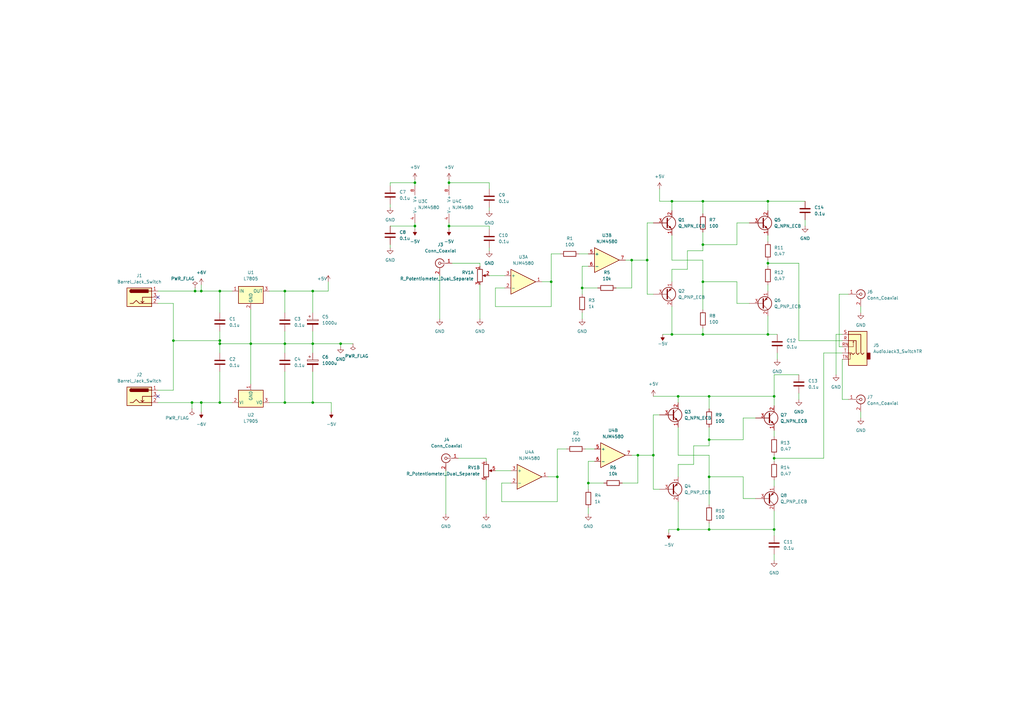
<source format=kicad_sch>
(kicad_sch (version 20211123) (generator eeschema)
  (paper "A3")
  (title_block (title "power_amp") (date "2022-12-04") (company "mitsuru sato"))
  (lib_symbols
    (symbol "Amplifier_Operational:NJM4580" (pin_names (offset 0.127))
      (property "Reference" "U" (at 0 5.08 0))
      (property "Value" "NJM4580" (at 0 -5.08 0))
      (symbol "NJM4580_1_1"
        (polyline (pts (xy -5.08 5.08) (xy 5.08 0) (xy -5.08 -5.08) (xy -5.08 5.08)) (stroke (width 0.254)) (fill (type background)))
        (pin output line (at 7.62 0 180) (length 2.54) (name "~") (number "1"))
        (pin input line (at -7.62 -2.54 0) (length 2.54) (name "-") (number "2"))
        (pin input line (at -7.62 2.54 0) (length 2.54) (name "+") (number "3"))
      )
      (symbol "NJM4580_2_1"
        (polyline (pts (xy -5.08 5.08) (xy 5.08 0) (xy -5.08 -5.08) (xy -5.08 5.08)) (stroke (width 0.254)) (fill (type background)))
        (pin input line (at -7.62 2.54 0) (length 2.54) (name "+") (number "5"))
        (pin input line (at -7.62 -2.54 0) (length 2.54) (name "-") (number "6"))
        (pin output line (at 7.62 0 180) (length 2.54) (name "~") (number "7"))
      )
      (symbol "NJM4580_3_1"
        (pin power_in line (at -2.54 -7.62 90) (length 3.81) (name "V-") (number "4"))
        (pin power_in line (at -2.54 7.62 270) (length 3.81) (name "V+") (number "8"))
      )
    )
    (symbol "Connector:AudioJack3_SwitchTR"
      (property "Reference" "J" (at 0 8.89 0))
      (property "Value" "AudioJack3_SwitchTR" (at 0 6.35 0))
      (symbol "AudioJack3_SwitchTR_0_1"
        (rectangle (start -5.08 -5.08) (end -6.35 -7.62) (stroke (width 0.254)) (fill (type outline)))
        (polyline (pts (xy 0.508 -0.254) (xy 0.762 -0.762)))
        (polyline (pts (xy 1.778 -5.334) (xy 2.032 -5.842)))
        (polyline (pts (xy 0 -5.08) (xy 0.635 -5.715) (xy 1.27 -5.08) (xy 2.54 -5.08)) (stroke (width 0.254)))
        (polyline (pts (xy 2.54 -7.62) (xy 1.778 -7.62) (xy 1.778 -5.334) (xy 1.524 -5.842)))
        (polyline (pts (xy 2.54 -2.54) (xy 0.508 -2.54) (xy 0.508 -0.254) (xy 0.254 -0.762)))
        (polyline (pts (xy -1.905 -5.08) (xy -1.27 -5.715) (xy -0.635 -5.08) (xy -0.635 0) (xy 2.54 0)) (stroke (width 0.254)))
        (polyline (pts (xy 2.54 2.54) (xy -2.54 2.54) (xy -2.54 -5.08) (xy -3.175 -5.715) (xy -3.81 -5.08)) (stroke (width 0.254)))
        (rectangle (start 2.54 3.81) (end -5.08 -10.16) (stroke (width 0.254)) (fill (type background)))
      )
      (symbol "AudioJack3_SwitchTR_1_1"
        (pin passive line (at 5.08 0 180) (length 2.54) (name "~") (number "R"))
        (pin passive line (at 5.08 -2.54 180) (length 2.54) (name "~") (number "RN"))
        (pin passive line (at 5.08 2.54 180) (length 2.54) (name "~") (number "S"))
        (pin passive line (at 5.08 -5.08 180) (length 2.54) (name "~") (number "T"))
        (pin passive line (at 5.08 -7.62 180) (length 2.54) (name "~") (number "TN"))
      )
    )
    (symbol "Connector:Barrel_Jack_Switch" (pin_names hide)
      (property "Reference" "J" (at 0 5.334 0))
      (property "Value" "Barrel_Jack_Switch" (at 0 -5.08 0))
      (symbol "Barrel_Jack_Switch_0_1"
        (rectangle (start -5.08 3.81) (end 5.08 -3.81) (stroke (width 0.254)) (fill (type background)))
        (arc (start -3.302 3.175) (mid -3.937 2.54) (end -3.302 1.905) (stroke (width 0.254)))
        (arc (start -3.302 3.175) (mid -3.937 2.54) (end -3.302 1.905) (stroke (width 0.254)) (fill (type outline)))
        (polyline (pts (xy 1.27 -2.286) (xy 1.905 -1.651)) (stroke (width 0.254)))
        (polyline (pts (xy 5.08 2.54) (xy 3.81 2.54)) (stroke (width 0.254)))
        (polyline (pts (xy 5.08 0) (xy 1.27 0) (xy 1.27 -2.286) (xy 0.635 -1.651)) (stroke (width 0.254)))
        (polyline (pts (xy -3.81 -2.54) (xy -2.54 -2.54) (xy -1.27 -1.27) (xy 0 -2.54) (xy 2.54 -2.54) (xy 5.08 -2.54)) (stroke (width 0.254)))
        (rectangle (start 3.683 3.175) (end -3.302 1.905) (stroke (width 0.254)) (fill (type outline)))
      )
      (symbol "Barrel_Jack_Switch_1_1"
        (pin passive line (at 7.62 2.54 180) (length 2.54) (name "~") (number "1"))
        (pin passive line (at 7.62 -2.54 180) (length 2.54) (name "~") (number "2"))
        (pin passive line (at 7.62 0 180) (length 2.54) (name "~") (number "3"))
      )
    )
    (symbol "Connector:Conn_Coaxial" (pin_names (offset 1.016) hide)
      (property "Reference" "J" (at 0.254 3.048 0))
      (property "Value" "Conn_Coaxial" (at 2.921 0 90))
      (symbol "Conn_Coaxial_0_1"
        (arc (start -1.778 -0.508) (mid 0.2311 -1.8066) (end 1.778 0) (stroke (width 0.254)))
        (polyline (pts (xy -2.54 0) (xy -0.508 0)))
        (polyline (pts (xy 0 -2.54) (xy 0 -1.778)))
        (circle (center 0 0) (radius 0.508) (stroke (width 0.2032)))
        (arc (start 1.778 0) (mid 0.2099 1.8101) (end -1.778 0.508) (stroke (width 0.254)))
      )
      (symbol "Conn_Coaxial_1_1"
        (pin passive line (at -5.08 0 0) (length 2.54) (name "In") (number "1"))
        (pin passive line (at 0 -5.08 90) (length 2.54) (name "Ext") (number "2"))
      )
    )
    (symbol "Device:C" (pin_numbers hide) (pin_names (offset 0.254))
      (property "Reference" "C" (at 0.635 2.54 0))
      (property "Value" "C" (at 0.635 -2.54 0))
      (symbol "C_0_1"
        (polyline (pts (xy -2.032 -0.762) (xy 2.032 -0.762)) (stroke (width 0.508)))
        (polyline (pts (xy -2.032 0.762) (xy 2.032 0.762)) (stroke (width 0.508)))
      )
      (symbol "C_1_1"
        (pin passive line (at 0 3.81 270) (length 2.794) (name "~") (number "1"))
        (pin passive line (at 0 -3.81 90) (length 2.794) (name "~") (number "2"))
      )
    )
    (symbol "Device:C_Polarized" (pin_numbers hide) (pin_names (offset 0.254))
      (property "Reference" "C" (at 0.635 2.54 0))
      (property "Value" "C_Polarized" (at 0.635 -2.54 0))
      (symbol "C_Polarized_0_1"
        (rectangle (start -2.286 0.508) (end 2.286 1.016))
        (polyline (pts (xy -1.778 2.286) (xy -0.762 2.286)))
        (polyline (pts (xy -1.27 2.794) (xy -1.27 1.778)))
        (rectangle (start 2.286 -0.508) (end -2.286 -1.016) (fill (type outline)))
      )
      (symbol "C_Polarized_1_1"
        (pin passive line (at 0 3.81 270) (length 2.794) (name "~") (number "1"))
        (pin passive line (at 0 -3.81 90) (length 2.794) (name "~") (number "2"))
      )
    )
    (symbol "Device:Q_NPN_ECB" (pin_names (offset 0) hide)
      (property "Reference" "Q" (at 5.08 1.27 0))
      (property "Value" "Q_NPN_ECB" (at 5.08 -1.27 0))
      (symbol "Q_NPN_ECB_0_1"
        (polyline (pts (xy 0.635 0.635) (xy 2.54 2.54)))
        (polyline (pts (xy 0.635 -0.635) (xy 2.54 -2.54) (xy 2.54 -2.54)))
        (polyline (pts (xy 0.635 1.905) (xy 0.635 -1.905) (xy 0.635 -1.905)) (stroke (width 0.508)))
        (polyline (pts (xy 1.27 -1.778) (xy 1.778 -1.27) (xy 2.286 -2.286) (xy 1.27 -1.778) (xy 1.27 -1.778)) (fill (type outline)))
        (circle (center 1.27 0) (radius 2.8194) (stroke (width 0.254)))
      )
      (symbol "Q_NPN_ECB_1_1"
        (pin passive line (at 2.54 -5.08 90) (length 2.54) (name "E") (number "1"))
        (pin passive line (at 2.54 5.08 270) (length 2.54) (name "C") (number "2"))
        (pin passive line (at -5.08 0 0) (length 5.715) (name "B") (number "3"))
      )
    )
    (symbol "Device:Q_PNP_ECB" (pin_names (offset 0) hide)
      (property "Reference" "Q" (at 5.08 1.27 0))
      (property "Value" "Q_PNP_ECB" (at 5.08 -1.27 0))
      (symbol "Q_PNP_ECB_0_1"
        (polyline (pts (xy 0.635 0.635) (xy 2.54 2.54)))
        (polyline (pts (xy 0.635 -0.635) (xy 2.54 -2.54) (xy 2.54 -2.54)))
        (polyline (pts (xy 0.635 1.905) (xy 0.635 -1.905) (xy 0.635 -1.905)) (stroke (width 0.508)))
        (polyline (pts (xy 2.286 -1.778) (xy 1.778 -2.286) (xy 1.27 -1.27) (xy 2.286 -1.778) (xy 2.286 -1.778)) (fill (type outline)))
        (circle (center 1.27 0) (radius 2.8194) (stroke (width 0.254)))
      )
      (symbol "Q_PNP_ECB_1_1"
        (pin passive line (at 2.54 -5.08 90) (length 2.54) (name "E") (number "1"))
        (pin passive line (at 2.54 5.08 270) (length 2.54) (name "C") (number "2"))
        (pin input line (at -5.08 0 0) (length 5.715) (name "B") (number "3"))
      )
    )
    (symbol "Device:R" (pin_numbers hide) (pin_names (offset 0))
      (property "Reference" "R" (at 2.032 0 90))
      (property "Value" "R" (at 0 0 90))
      (symbol "R_0_1"
        (rectangle (start -1.016 -2.54) (end 1.016 2.54) (stroke (width 0.254)))
      )
      (symbol "R_1_1"
        (pin passive line (at 0 3.81 270) (length 1.27) (name "~") (number "1"))
        (pin passive line (at 0 -3.81 90) (length 1.27) (name "~") (number "2"))
      )
    )
    (symbol "Device:R_Potentiometer_Dual_Separate" (pin_names (offset 1.016) hide)
      (property "Reference" "RV" (at -4.445 0 90))
      (property "Value" "R_Potentiometer_Dual_Separate" (at -2.54 0 90))
      (symbol "R_Potentiometer_Dual_Separate_0_1"
        (polyline (pts (xy 2.54 0) (xy 1.524 0)))
        (polyline (pts (xy 1.143 0) (xy 2.286 0.508) (xy 2.286 -0.508) (xy 1.143 0)) (fill (type outline)))
        (rectangle (start 1.016 2.54) (end -1.016 -2.54) (stroke (width 0.254)))
      )
      (symbol "R_Potentiometer_Dual_Separate_1_1"
        (pin passive line (at 0 3.81 270) (length 1.27) (name "1") (number "1"))
        (pin passive line (at 3.81 0 180) (length 1.27) (name "2") (number "2"))
        (pin passive line (at 0 -3.81 90) (length 1.27) (name "3") (number "3"))
      )
      (symbol "R_Potentiometer_Dual_Separate_2_1"
        (pin passive line (at 0 3.81 270) (length 1.27) (name "4") (number "4"))
        (pin passive line (at 3.81 0 180) (length 1.27) (name "5") (number "5"))
        (pin passive line (at 0 -3.81 90) (length 1.27) (name "6") (number "6"))
      )
    )
    (symbol "Regulator_Linear:L7805" (pin_names (offset 0.254))
      (property "Reference" "U" (at -3.81 3.175 0))
      (property "Value" "L7805" (at 0 3.175 0))
      (symbol "L7805_0_1"
        (rectangle (start -5.08 1.905) (end 5.08 -5.08) (stroke (width 0.254)) (fill (type background)))
      )
      (symbol "L7805_1_1"
        (pin power_in line (at -7.62 0 0) (length 2.54) (name "IN") (number "1"))
        (pin power_in line (at 0 -7.62 90) (length 2.54) (name "GND") (number "2"))
        (pin power_out line (at 7.62 0 180) (length 2.54) (name "OUT") (number "3"))
      )
    )
    (symbol "Regulator_Linear:L7905" (pin_names (offset 0.254))
      (property "Reference" "U" (at -3.81 -3.175 0))
      (property "Value" "L7905" (at 0 -3.175 0))
      (symbol "L7905_0_1"
        (rectangle (start -5.08 5.08) (end 5.08 -1.905) (stroke (width 0.254)) (fill (type background)))
      )
      (symbol "L7905_1_1"
        (pin power_in line (at 0 7.62 270) (length 2.54) (name "GND") (number "1"))
        (pin power_in line (at -7.62 0 0) (length 2.54) (name "VI") (number "2"))
        (pin power_out line (at 7.62 0 180) (length 2.54) (name "VO") (number "3"))
      )
    )
    (symbol "power:+5V" (power) (pin_names (offset 0))
      (property "Value" "+5V" (at 0 3.556 0))
      (symbol "+5V_0_1"
        (polyline (pts (xy -0.762 1.27) (xy 0 2.54)))
        (polyline (pts (xy 0 0) (xy 0 2.54)))
        (polyline (pts (xy 0 2.54) (xy 0.762 1.27)))
      )
      (symbol "+5V_1_1"
        (pin power_in line (at 0 0 90) (length 0) hide (name "+5V") (number "1"))
      )
    )
    (symbol "power:+6V" (power) (pin_names (offset 0))
      (property "Value" "+6V" (at 0 3.556 0))
      (symbol "+6V_0_1"
        (polyline (pts (xy -0.762 1.27) (xy 0 2.54)))
        (polyline (pts (xy 0 0) (xy 0 2.54)))
        (polyline (pts (xy 0 2.54) (xy 0.762 1.27)))
      )
      (symbol "+6V_1_1"
        (pin power_in line (at 0 0 90) (length 0) hide (name "+6V") (number "1"))
      )
    )
    (symbol "power:-5V" (power) (pin_names (offset 0))
      (property "Value" "-5V" (at 0 3.81 0))
      (symbol "-5V_0_0"
        (pin power_in line (at 0 0 90) (length 0) hide (name "-5V") (number "1"))
      )
      (symbol "-5V_0_1"
        (polyline (pts (xy 0 0) (xy 0 1.27) (xy 0.762 1.27) (xy 0 2.54) (xy -0.762 1.27) (xy 0 1.27)) (fill (type outline)))
      )
    )
    (symbol "power:-6V" (power) (pin_names (offset 0))
      (property "Value" "-6V" (at 0 3.81 0))
      (symbol "-6V_0_0"
        (pin power_in line (at 0 0 90) (length 0) hide (name "-6V") (number "1"))
      )
      (symbol "-6V_0_1"
        (polyline (pts (xy 0 0) (xy 0 1.27) (xy 0.762 1.27) (xy 0 2.54) (xy -0.762 1.27) (xy 0 1.27)) (fill (type outline)))
      )
    )
    (symbol "power:GND" (power) (pin_names (offset 0))
      (property "Value" "GND" (at 0 -3.81 0))
      (symbol "GND_0_1"
        (polyline (pts (xy 0 0) (xy 0 -1.27) (xy 1.27 -1.27) (xy 0 -2.54) (xy -1.27 -1.27) (xy 0 -1.27)))
      )
      (symbol "GND_1_1"
        (pin power_in line (at 0 0 270) (length 0) hide (name "GND") (number "1"))
      )
    )
    (symbol "power:PWR_FLAG" (power) (pin_numbers hide) (pin_names (offset 0) hide)
      (property "Value" "PWR_FLAG" (at 0 3.81 0))
      (symbol "PWR_FLAG_0_0"
        (pin power_out line (at 0 0 90) (length 0) (name "pwr") (number "1"))
      )
      (symbol "PWR_FLAG_0_1"
        (polyline (pts (xy 0 0) (xy 0 1.27) (xy -1.016 1.905) (xy 0 2.54) (xy 1.016 1.905) (xy 0 1.27)))
      )
    )
  )
  (junction (at 290.83 217.17))
  (junction (at 82.55 165.1))
  (junction (at 226.06 115.57))
  (junction (at 80.01 119.38))
  (junction (at 290.83 162.56))
  (junction (at 82.55 119.38))
  (junction (at 241.3 198.12))
  (junction (at 267.97 186.69))
  (junction (at 90.17 119.38))
  (junction (at 128.27 140.97))
  (junction (at 259.08 106.68))
  (junction (at 290.83 180.34))
  (junction (at 90.17 165.1))
  (junction (at 314.96 137.16))
  (junction (at 116.84 119.38))
  (junction (at 275.59 82.55))
  (junction (at 317.5 187.96))
  (junction (at 184.15 74.93))
  (junction (at 71.12 139.7))
  (junction (at 278.13 162.56))
  (junction (at 116.84 165.1))
  (junction (at 238.76 118.11))
  (junction (at 170.18 92.71))
  (junction (at 128.27 165.1))
  (junction (at 128.27 119.38))
  (junction (at 184.15 92.71))
  (junction (at 288.29 82.55))
  (junction (at 314.96 107.95))
  (junction (at 275.59 137.16))
  (junction (at 228.6 195.58))
  (junction (at 78.74 165.1))
  (junction (at 317.5 217.17))
  (junction (at 261.62 186.69))
  (junction (at 290.83 195.58))
  (junction (at 288.29 137.16))
  (junction (at 102.87 140.97))
  (junction (at 265.43 106.68))
  (junction (at 278.13 217.17))
  (junction (at 317.5 162.56))
  (junction (at 170.18 74.93))
  (junction (at 288.29 115.57))
  (junction (at 90.17 139.7))
  (junction (at 90.17 140.97))
  (junction (at 314.96 82.55))
  (junction (at 288.29 100.33))
  (junction (at 139.7 140.97))
  (junction (at 116.84 140.97))
  (no_connect (at 64.77 121.92))
  (no_connect (at 64.77 162.56))
  (wire (pts (xy 275.59 82.55) (xy 288.29 82.55)))
  (wire (pts (xy 314.96 96.52) (xy 314.96 99.06)))
  (wire (pts (xy 199.39 196.85) (xy 199.39 210.82)))
  (wire (pts (xy 78.74 165.1) (xy 82.55 165.1)))
  (wire (pts (xy 170.18 74.93) (xy 170.18 76.2)))
  (wire (pts (xy 200.66 77.47) (xy 200.66 74.93)))
  (wire (pts (xy 203.2 125.73) (xy 226.06 125.73)))
  (wire (pts (xy 270.51 200.66) (xy 267.97 200.66)))
  (wire (pts (xy 275.59 125.73) (xy 275.59 137.16)))
  (wire (pts (xy 180.34 113.03) (xy 180.34 130.81)))
  (wire (pts (xy 261.62 198.12) (xy 261.62 186.69)))
  (wire (pts (xy 134.62 115.57) (xy 134.62 119.38)))
  (wire (pts (xy 200.66 85.09) (xy 200.66 86.36)))
  (wire (pts (xy 278.13 217.17) (xy 290.83 217.17)))
  (wire (pts (xy 278.13 175.26) (xy 278.13 186.69)))
  (wire (pts (xy 304.8 171.45) (xy 309.88 171.45)))
  (wire (pts (xy 288.29 100.33) (xy 302.26 100.33)))
  (wire (pts (xy 199.39 187.96) (xy 199.39 189.23)))
  (wire (pts (xy 196.85 116.84) (xy 196.85 130.81)))
  (wire (pts (xy 317.5 162.56) (xy 317.5 166.37)))
  (wire (pts (xy 241.3 189.23) (xy 243.84 189.23)))
  (wire (pts (xy 314.96 109.22) (xy 314.96 107.95)))
  (wire (pts (xy 200.66 101.6) (xy 200.66 102.87)))
  (wire (pts (xy 261.62 186.69) (xy 259.08 186.69)))
  (wire (pts (xy 255.27 198.12) (xy 261.62 198.12)))
  (wire (pts (xy 290.83 186.69) (xy 290.83 195.58)))
  (wire (pts (xy 327.66 139.7) (xy 345.44 139.7)))
  (wire (pts (xy 267.97 170.18) (xy 267.97 186.69)))
  (wire (pts (xy 139.7 140.97) (xy 144.78 140.97)))
  (wire (pts (xy 275.59 137.16) (xy 288.29 137.16)))
  (wire (pts (xy 267.97 200.66) (xy 267.97 186.69)))
  (wire (pts (xy 90.17 128.27) (xy 90.17 119.38)))
  (wire (pts (xy 288.29 102.87) (xy 288.29 100.33)))
  (wire (pts (xy 90.17 165.1) (xy 90.17 152.4)))
  (wire (pts (xy 78.74 167.64) (xy 78.74 165.1)))
  (wire (pts (xy 184.15 74.93) (xy 184.15 76.2)))
  (wire (pts (xy 275.59 106.68) (xy 288.29 106.68)))
  (wire (pts (xy 228.6 184.15) (xy 232.41 184.15)))
  (wire (pts (xy 102.87 140.97) (xy 102.87 157.48)))
  (wire (pts (xy 90.17 119.38) (xy 95.25 119.38)))
  (wire (pts (xy 327.66 153.67) (xy 317.5 153.67)))
  (wire (pts (xy 290.83 195.58) (xy 290.83 207.01)))
  (wire (pts (xy 64.77 119.38) (xy 80.01 119.38)))
  (wire (pts (xy 302.26 100.33) (xy 302.26 91.44)))
  (wire (pts (xy 160.02 76.2) (xy 160.02 74.93)))
  (wire (pts (xy 275.59 96.52) (xy 275.59 106.68)))
  (wire (pts (xy 205.74 198.12) (xy 205.74 205.74)))
  (wire (pts (xy 139.7 140.97) (xy 139.7 142.24)))
  (wire (pts (xy 170.18 73.66) (xy 170.18 74.93)))
  (wire (pts (xy 82.55 116.84) (xy 82.55 119.38)))
  (wire (pts (xy 64.77 165.1) (xy 78.74 165.1)))
  (wire (pts (xy 71.12 139.7) (xy 90.17 139.7)))
  (wire (pts (xy 288.29 115.57) (xy 302.26 115.57)))
  (wire (pts (xy 82.55 165.1) (xy 90.17 165.1)))
  (wire (pts (xy 275.59 86.36) (xy 275.59 82.55)))
  (wire (pts (xy 205.74 205.74) (xy 228.6 205.74)))
  (wire (pts (xy 261.62 186.69) (xy 267.97 186.69)))
  (wire (pts (xy 228.6 195.58) (xy 228.6 184.15)))
  (wire (pts (xy 64.77 160.02) (xy 71.12 160.02)))
  (wire (pts (xy 290.83 162.56) (xy 290.83 167.64)))
  (wire (pts (xy 267.97 91.44) (xy 265.43 91.44)))
  (wire (pts (xy 241.3 208.28) (xy 241.3 210.82)))
  (wire (pts (xy 184.15 92.71) (xy 200.66 92.71)))
  (wire (pts (xy 317.5 176.53) (xy 317.5 179.07)))
  (wire (pts (xy 345.44 142.24) (xy 344.17 142.24)))
  (wire (pts (xy 128.27 165.1) (xy 135.89 165.1)))
  (wire (pts (xy 241.3 109.22) (xy 238.76 109.22)))
  (wire (pts (xy 347.98 163.83) (xy 345.44 163.83)))
  (wire (pts (xy 278.13 162.56) (xy 290.83 162.56)))
  (wire (pts (xy 170.18 91.44) (xy 170.18 92.71)))
  (wire (pts (xy 259.08 106.68) (xy 256.54 106.68)))
  (wire (pts (xy 314.96 116.84) (xy 314.96 119.38)))
  (wire (pts (xy 290.83 182.88) (xy 290.83 180.34)))
  (wire (pts (xy 337.82 144.78) (xy 337.82 187.96)))
  (wire (pts (xy 160.02 100.33) (xy 160.02 101.6)))
  (wire (pts (xy 288.29 134.62) (xy 288.29 137.16)))
  (wire (pts (xy 102.87 140.97) (xy 116.84 140.97)))
  (wire (pts (xy 314.96 129.54) (xy 314.96 137.16)))
  (wire (pts (xy 284.48 190.5) (xy 284.48 182.88)))
  (wire (pts (xy 259.08 106.68) (xy 265.43 106.68)))
  (wire (pts (xy 128.27 119.38) (xy 134.62 119.38)))
  (wire (pts (xy 353.06 168.91) (xy 353.06 171.45)))
  (wire (pts (xy 82.55 165.1) (xy 82.55 168.91)))
  (wire (pts (xy 203.2 193.04) (xy 209.55 193.04)))
  (wire (pts (xy 80.01 118.11) (xy 80.01 119.38)))
  (wire (pts (xy 290.83 180.34) (xy 304.8 180.34)))
  (wire (pts (xy 330.2 90.17) (xy 330.2 92.71)))
  (wire (pts (xy 317.5 217.17) (xy 317.5 219.71)))
  (wire (pts (xy 241.3 198.12) (xy 247.65 198.12)))
  (wire (pts (xy 275.59 110.49) (xy 281.94 110.49)))
  (wire (pts (xy 345.44 163.83) (xy 345.44 147.32)))
  (wire (pts (xy 238.76 109.22) (xy 238.76 118.11)))
  (wire (pts (xy 337.82 144.78) (xy 345.44 144.78)))
  (wire (pts (xy 200.66 74.93) (xy 184.15 74.93)))
  (wire (pts (xy 116.84 140.97) (xy 116.84 144.78)))
  (wire (pts (xy 317.5 196.85) (xy 317.5 199.39)))
  (wire (pts (xy 317.5 209.55) (xy 317.5 217.17)))
  (wire (pts (xy 241.3 198.12) (xy 241.3 200.66)))
  (wire (pts (xy 238.76 118.11) (xy 238.76 120.65)))
  (wire (pts (xy 116.84 152.4) (xy 116.84 165.1)))
  (wire (pts (xy 278.13 195.58) (xy 278.13 190.5)))
  (wire (pts (xy 302.26 91.44) (xy 307.34 91.44)))
  (wire (pts (xy 270.51 77.47) (xy 270.51 82.55)))
  (wire (pts (xy 290.83 162.56) (xy 317.5 162.56)))
  (wire (pts (xy 267.97 162.56) (xy 278.13 162.56)))
  (wire (pts (xy 160.02 74.93) (xy 170.18 74.93)))
  (wire (pts (xy 265.43 91.44) (xy 265.43 106.68)))
  (wire (pts (xy 128.27 140.97) (xy 139.7 140.97)))
  (wire (pts (xy 170.18 92.71) (xy 170.18 93.98)))
  (wire (pts (xy 278.13 190.5) (xy 284.48 190.5)))
  (wire (pts (xy 278.13 165.1) (xy 278.13 162.56)))
  (wire (pts (xy 344.17 120.65) (xy 347.98 120.65)))
  (wire (pts (xy 240.03 184.15) (xy 243.84 184.15)))
  (wire (pts (xy 288.29 137.16) (xy 314.96 137.16)))
  (wire (pts (xy 90.17 139.7) (xy 90.17 140.97)))
  (wire (pts (xy 270.51 82.55) (xy 275.59 82.55)))
  (wire (pts (xy 288.29 106.68) (xy 288.29 115.57)))
  (wire (pts (xy 128.27 128.27) (xy 128.27 119.38)))
  (wire (pts (xy 278.13 217.17) (xy 274.32 217.17)))
  (wire (pts (xy 228.6 205.74) (xy 228.6 195.58)))
  (wire (pts (xy 317.5 187.96) (xy 317.5 189.23)))
  (wire (pts (xy 110.49 165.1) (xy 116.84 165.1)))
  (wire (pts (xy 102.87 127) (xy 102.87 140.97)))
  (wire (pts (xy 200.66 113.03) (xy 207.01 113.03)))
  (wire (pts (xy 314.96 82.55) (xy 330.2 82.55)))
  (wire (pts (xy 241.3 189.23) (xy 241.3 198.12)))
  (wire (pts (xy 317.5 186.69) (xy 317.5 187.96)))
  (wire (pts (xy 281.94 102.87) (xy 288.29 102.87)))
  (wire (pts (xy 267.97 120.65) (xy 265.43 120.65)))
  (wire (pts (xy 205.74 198.12) (xy 209.55 198.12)))
  (wire (pts (xy 317.5 187.96) (xy 337.82 187.96)))
  (wire (pts (xy 314.96 107.95) (xy 314.96 106.68)))
  (wire (pts (xy 327.66 161.29) (xy 327.66 163.83)))
  (wire (pts (xy 288.29 115.57) (xy 288.29 127)))
  (wire (pts (xy 284.48 182.88) (xy 290.83 182.88)))
  (wire (pts (xy 160.02 92.71) (xy 170.18 92.71)))
  (wire (pts (xy 327.66 107.95) (xy 327.66 139.7)))
  (wire (pts (xy 196.85 109.22) (xy 196.85 107.95)))
  (wire (pts (xy 116.84 165.1) (xy 128.27 165.1)))
  (wire (pts (xy 288.29 82.55) (xy 314.96 82.55)))
  (wire (pts (xy 271.78 137.16) (xy 275.59 137.16)))
  (wire (pts (xy 226.06 104.14) (xy 229.87 104.14)))
  (wire (pts (xy 71.12 160.02) (xy 71.12 139.7)))
  (wire (pts (xy 128.27 135.89) (xy 128.27 140.97)))
  (wire (pts (xy 314.96 82.55) (xy 314.96 86.36)))
  (wire (pts (xy 281.94 110.49) (xy 281.94 102.87)))
  (wire (pts (xy 314.96 107.95) (xy 327.66 107.95)))
  (wire (pts (xy 128.27 152.4) (xy 128.27 165.1)))
  (wire (pts (xy 290.83 214.63) (xy 290.83 217.17)))
  (wire (pts (xy 278.13 205.74) (xy 278.13 217.17)))
  (wire (pts (xy 116.84 135.89) (xy 116.84 140.97)))
  (wire (pts (xy 259.08 118.11) (xy 259.08 106.68)))
  (wire (pts (xy 226.06 115.57) (xy 222.25 115.57)))
  (wire (pts (xy 82.55 119.38) (xy 90.17 119.38)))
  (wire (pts (xy 116.84 119.38) (xy 116.84 128.27)))
  (wire (pts (xy 317.5 153.67) (xy 317.5 162.56)))
  (wire (pts (xy 318.77 144.78) (xy 318.77 147.32)))
  (wire (pts (xy 317.5 227.33) (xy 317.5 229.87)))
  (wire (pts (xy 226.06 115.57) (xy 226.06 104.14)))
  (wire (pts (xy 304.8 204.47) (xy 309.88 204.47)))
  (wire (pts (xy 64.77 124.46) (xy 71.12 124.46)))
  (wire (pts (xy 288.29 82.55) (xy 288.29 87.63)))
  (wire (pts (xy 203.2 118.11) (xy 203.2 125.73)))
  (wire (pts (xy 304.8 180.34) (xy 304.8 171.45)))
  (wire (pts (xy 116.84 119.38) (xy 128.27 119.38)))
  (wire (pts (xy 200.66 93.98) (xy 200.66 92.71)))
  (wire (pts (xy 304.8 195.58) (xy 304.8 204.47)))
  (wire (pts (xy 207.01 118.11) (xy 203.2 118.11)))
  (wire (pts (xy 95.25 165.1) (xy 90.17 165.1)))
  (wire (pts (xy 182.88 193.04) (xy 182.88 210.82)))
  (wire (pts (xy 275.59 115.57) (xy 275.59 110.49)))
  (wire (pts (xy 110.49 119.38) (xy 116.84 119.38)))
  (wire (pts (xy 353.06 125.73) (xy 353.06 128.27)))
  (wire (pts (xy 290.83 217.17) (xy 317.5 217.17)))
  (wire (pts (xy 128.27 140.97) (xy 128.27 144.78)))
  (wire (pts (xy 160.02 83.82) (xy 160.02 85.09)))
  (wire (pts (xy 184.15 91.44) (xy 184.15 92.71)))
  (wire (pts (xy 290.83 180.34) (xy 290.83 175.26)))
  (wire (pts (xy 342.9 137.16) (xy 342.9 153.67)))
  (wire (pts (xy 302.26 124.46) (xy 307.34 124.46)))
  (wire (pts (xy 288.29 100.33) (xy 288.29 95.25)))
  (wire (pts (xy 274.32 217.17) (xy 274.32 218.44)))
  (wire (pts (xy 290.83 195.58) (xy 304.8 195.58)))
  (wire (pts (xy 344.17 142.24) (xy 344.17 120.65)))
  (wire (pts (xy 302.26 115.57) (xy 302.26 124.46)))
  (wire (pts (xy 270.51 170.18) (xy 267.97 170.18)))
  (wire (pts (xy 90.17 144.78) (xy 90.17 140.97)))
  (wire (pts (xy 184.15 73.66) (xy 184.15 74.93)))
  (wire (pts (xy 278.13 186.69) (xy 290.83 186.69)))
  (wire (pts (xy 238.76 128.27) (xy 238.76 130.81)))
  (wire (pts (xy 90.17 140.97) (xy 102.87 140.97)))
  (wire (pts (xy 71.12 124.46) (xy 71.12 139.7)))
  (wire (pts (xy 226.06 125.73) (xy 226.06 115.57)))
  (wire (pts (xy 237.49 104.14) (xy 241.3 104.14)))
  (wire (pts (xy 252.73 118.11) (xy 259.08 118.11)))
  (wire (pts (xy 342.9 137.16) (xy 345.44 137.16)))
  (wire (pts (xy 314.96 137.16) (xy 318.77 137.16)))
  (wire (pts (xy 185.42 107.95) (xy 196.85 107.95)))
  (wire (pts (xy 187.96 187.96) (xy 199.39 187.96)))
  (wire (pts (xy 265.43 120.65) (xy 265.43 106.68)))
  (wire (pts (xy 184.15 92.71) (xy 184.15 93.98)))
  (wire (pts (xy 80.01 119.38) (xy 82.55 119.38)))
  (wire (pts (xy 228.6 195.58) (xy 224.79 195.58)))
  (wire (pts (xy 116.84 140.97) (xy 128.27 140.97)))
  (wire (pts (xy 238.76 118.11) (xy 245.11 118.11)))
  (wire (pts (xy 90.17 135.89) (xy 90.17 139.7)))
  (wire (pts (xy 135.89 165.1) (xy 135.89 168.91)))
  (symbol (lib_id "Device:C_Polarized") (at 128.27 132.08 0) (unit 1)
    (property "Reference" "C5" (at 132.08 129.9209 0) (effects (justify left)))
    (property "Value" "1000u" (at 132.08 132.4609 0) (effects (justify left)))
    (property "Footprint" "Capacitor_THT:C_Radial_D12.5mm_H20.0mm_P5.00mm" (effects hide))
  )
  (symbol (lib_id "Device:R") (at 314.96 113.03 0) (unit 1)
    (property "Reference" "R12" (at 317.5 111.7599 0) (effects (justify left)))
    (property "Value" "0.47" (at 317.5 114.2999 0) (effects (justify left)))
    (property "Footprint" "Resistor_THT:R_Axial_DIN0309_L9.0mm_D3.2mm_P12.70mm_Horizontal" (effects hide))
  )
  (symbol (lib_id "Device:R") (at 290.83 171.45 0) (unit 1)
    (property "Reference" "R9" (at 293.37 170.1799 0) (effects (justify left)))
    (property "Value" "100" (at 293.37 172.7199 0) (effects (justify left)))
    (property "Footprint" "Resistor_THT:R_Axial_DIN0309_L9.0mm_D3.2mm_P12.70mm_Horizontal" (effects hide))
  )
  (symbol (lib_id "Connector:Barrel_Jack_Switch") (at 57.15 121.92 0) (unit 1)
    (property "Reference" "J1" (at 57.15 113.03 0))
    (property "Value" "Barrel_Jack_Switch" (at 57.15 115.57 0))
    (property "Footprint" "Mitsuru:BarrelJack_Horizontal" (effects hide))
  )
  (symbol (lib_id "power:GND") (at 353.06 171.45 0) (unit 1)
    (property "Reference" "#PWR030" (effects hide))
    (property "Value" "GND" (at 353.06 176.53 0))
  )
  (symbol (lib_id "Device:Q_NPN_ECB") (at 314.96 171.45 0) (unit 1)
    (property "Reference" "Q7" (at 320.04 170.1799 0) (effects (justify left)))
    (property "Value" "Q_NPN_ECB" (at 320.04 172.7199 0) (effects (justify left)))
    (property "Footprint" "Package_TO_SOT_THT:TO-126-3_Vertical" (effects hide))
  )
  (symbol (lib_id "Device:R") (at 288.29 91.44 0) (unit 1)
    (property "Reference" "R7" (at 290.83 90.1699 0) (effects (justify left)))
    (property "Value" "100" (at 290.83 92.7099 0) (effects (justify left)))
    (property "Footprint" "Resistor_THT:R_Axial_DIN0309_L9.0mm_D3.2mm_P12.70mm_Horizontal" (effects hide))
  )
  (symbol (lib_id "power:GND") (at 200.66 86.36 0) (unit 1)
    (property "Reference" "#PWR016" (effects hide))
    (property "Value" "GND" (at 200.66 91.44 0))
  )
  (symbol (lib_id "Amplifier_Operational:NJM4580") (at 217.17 195.58 0) (unit 1)
    (property "Reference" "U4" (at 217.17 185.42 0))
    (property "Value" "NJM4580" (at 217.17 187.96 0))
    (property "Footprint" "Package_DIP:DIP-8_W7.62mm_Socket" (effects hide))
    (property "Datasheet" "http://www.njr.com/semicon/PDF/NJM4580_E.pdf" (effects hide))
  )
  (symbol (lib_id "Connector:AudioJack3_SwitchTR") (at 350.52 139.7 0) (mirror y) (unit 1)
    (property "Reference" "J5" (at 358.14 141.6049 0) (effects (justify right)))
    (property "Value" "AudioJack3_SwitchTR" (at 358.14 144.1449 0) (effects (justify right)))
    (property "Footprint" "Mitsuru:Jack_3.5mm_Ledino_KB3SPRS_Horizontal" (effects hide))
  )
  (symbol (lib_id "Regulator_Linear:L7805") (at 102.87 119.38 0) (unit 1)
    (property "Reference" "U1" (at 102.87 111.76 0))
    (property "Value" "L7805" (at 102.87 114.3 0))
    (property "Footprint" "Package_TO_SOT_THT:TO-220-3_Vertical" (effects hide))
    (property "Datasheet" "http://www.st.com/content/ccc/resource/technical/document/datasheet/41/4f/b3/b0/12/d4/47/88/CD00000444.pdf/files/CD00000444.pdf/jcr:content/translations/en.CD00000444.pdf" (effects hide))
  )
  (symbol (lib_id "Device:Q_NPN_ECB") (at 312.42 91.44 0) (unit 1)
    (property "Reference" "Q5" (at 317.5 90.1699 0) (effects (justify left)))
    (property "Value" "Q_NPN_ECB" (at 317.5 92.7099 0) (effects (justify left)))
    (property "Footprint" "Package_TO_SOT_THT:TO-126-3_Vertical" (effects hide))
  )
  (symbol (lib_id "power:+5V") (at 270.51 77.47 0) (unit 1)
    (property "Reference" "#PWR021" (effects hide))
    (property "Value" "+5V" (at 270.51 72.39 0))
  )
  (symbol (lib_id "power:GND") (at 342.9 153.67 0) (unit 1)
    (property "Reference" "#PWR028" (effects hide))
    (property "Value" "GND" (at 342.9 158.75 0))
  )
  (symbol (lib_id "Device:R") (at 236.22 184.15 90) (unit 1)
    (property "Reference" "R2" (at 236.22 177.8 90))
    (property "Value" "100" (at 236.22 180.34 90))
    (property "Footprint" "Resistor_THT:R_Axial_DIN0309_L9.0mm_D3.2mm_P12.70mm_Horizontal" (effects hide))
  )
  (symbol (lib_id "Connector:Barrel_Jack_Switch") (at 57.15 162.56 0) (unit 1)
    (property "Reference" "J2" (at 57.15 153.67 0))
    (property "Value" "Barrel_Jack_Switch" (at 57.15 156.21 0))
    (property "Footprint" "Mitsuru:BarrelJack_Horizontal" (effects hide))
  )
  (symbol (lib_id "power:GND") (at 241.3 210.82 0) (unit 1)
    (property "Reference" "#PWR019" (effects hide))
    (property "Value" "GND" (at 241.3 215.9 0))
  )
  (symbol (lib_id "power:GND") (at 180.34 130.81 0) (unit 1)
    (property "Reference" "#PWR010" (effects hide))
    (property "Value" "GND" (at 180.34 135.89 0))
  )
  (symbol (lib_id "power:GND") (at 317.5 229.87 0) (unit 1)
    (property "Reference" "#PWR024" (effects hide))
    (property "Value" "GND" (at 317.5 234.95 0))
  )
  (symbol (lib_id "power:+6V") (at 82.55 116.84 0) (unit 1)
    (property "Reference" "#PWR01" (effects hide))
    (property "Value" "+6V" (at 82.55 111.76 0))
  )
  (symbol (lib_id "Device:R_Potentiometer_Dual_Separate") (at 199.39 193.04 0) (unit 2)
    (property "Reference" "RV1" (at 196.85 191.7699 0) (effects (justify right)))
    (property "Value" "R_Potentiometer_Dual_Separate" (at 196.85 194.3099 0) (effects (justify right)))
    (property "Footprint" "Mitsuru:2_volume" (effects hide))
  )
  (symbol (lib_id "Amplifier_Operational:NJM4580") (at 186.69 83.82 0) (unit 3)
    (property "Reference" "U4" (at 185.42 82.5499 0) (effects (justify left)))
    (property "Value" "NJM4580" (at 185.42 85.0899 0) (effects (justify left)))
    (property "Footprint" "Package_DIP:DIP-8_W7.62mm_Socket" (effects hide))
    (property "Datasheet" "http://www.njr.com/semicon/PDF/NJM4580_E.pdf" (effects hide))
  )
  (symbol (lib_id "Device:R") (at 233.68 104.14 90) (unit 1)
    (property "Reference" "R1" (at 233.68 97.79 90))
    (property "Value" "100" (at 233.68 100.33 90))
    (property "Footprint" "Resistor_THT:R_Axial_DIN0309_L9.0mm_D3.2mm_P12.70mm_Horizontal" (effects hide))
  )
  (symbol (lib_id "power:GND") (at 318.77 147.32 0) (unit 1)
    (property "Reference" "#PWR025" (effects hide))
    (property "Value" "GND" (at 318.77 152.4 0))
  )
  (symbol (lib_id "Device:R") (at 317.5 182.88 0) (unit 1)
    (property "Reference" "R13" (at 320.04 181.6099 0) (effects (justify left)))
    (property "Value" "0.47" (at 320.04 184.1499 0) (effects (justify left)))
    (property "Footprint" "Resistor_THT:R_Axial_DIN0309_L9.0mm_D3.2mm_P12.70mm_Horizontal" (effects hide))
  )
  (symbol (lib_id "Device:C") (at 318.77 140.97 0) (unit 1)
    (property "Reference" "C12" (at 322.58 139.6999 0) (effects (justify left)))
    (property "Value" "0.1u" (at 322.58 142.2399 0) (effects (justify left)))
    (property "Footprint" "Capacitor_THT:C_Disc_D5.0mm_W2.5mm_P5.00mm" (effects hide))
  )
  (symbol (lib_id "power:GND") (at 199.39 210.82 0) (unit 1)
    (property "Reference" "#PWR015" (effects hide))
    (property "Value" "GND" (at 199.39 215.9 0))
  )
  (symbol (lib_id "Device:Q_PNP_ECB") (at 275.59 200.66 0) (mirror x) (unit 1)
    (property "Reference" "Q4" (at 280.67 199.3899 0) (effects (justify left)))
    (property "Value" "Q_PNP_ECB" (at 280.67 201.9299 0) (effects (justify left)))
    (property "Footprint" "Package_TO_SOT_THT:TO-126-3_Vertical" (effects hide))
  )
  (symbol (lib_id "Device:Q_NPN_ECB") (at 273.05 91.44 0) (unit 1)
    (property "Reference" "Q1" (at 278.13 90.1699 0) (effects (justify left)))
    (property "Value" "Q_NPN_ECB" (at 278.13 92.7099 0) (effects (justify left)))
    (property "Footprint" "Package_TO_SOT_THT:TO-126-3_Vertical" (effects hide))
  )
  (symbol (lib_id "Device:C") (at 317.5 223.52 0) (unit 1)
    (property "Reference" "C11" (at 321.31 222.2499 0) (effects (justify left)))
    (property "Value" "0.1u" (at 321.31 224.7899 0) (effects (justify left)))
    (property "Footprint" "Capacitor_THT:C_Disc_D5.0mm_W2.5mm_P5.00mm" (effects hide))
  )
  (symbol (lib_id "power:GND") (at 160.02 101.6 0) (unit 1)
    (property "Reference" "#PWR07" (effects hide))
    (property "Value" "GND" (at 160.02 106.68 0))
  )
  (symbol (lib_id "Device:Q_PNP_ECB") (at 314.96 204.47 0) (mirror x) (unit 1)
    (property "Reference" "Q8" (at 320.04 203.1999 0) (effects (justify left)))
    (property "Value" "Q_PNP_ECB" (at 320.04 205.7399 0) (effects (justify left)))
    (property "Footprint" "Package_TO_SOT_THT:TO-126-3_Vertical" (effects hide))
  )
  (symbol (lib_id "Device:C") (at 160.02 80.01 0) (unit 1)
    (property "Reference" "C7" (at 163.83 78.7399 0) (effects (justify left)))
    (property "Value" "0.1u" (at 163.83 81.2799 0) (effects (justify left)))
    (property "Footprint" "Capacitor_THT:C_Disc_D5.0mm_W2.5mm_P5.00mm" (effects hide))
  )
  (symbol (lib_id "Connector:Conn_Coaxial") (at 353.06 120.65 0) (unit 1)
    (property "Reference" "J6" (at 355.6 119.6731 0) (effects (justify left)))
    (property "Value" "Conn_Coaxial" (at 355.6 122.2131 0) (effects (justify left)))
    (property "Footprint" "Mitsuru:MJ_523" (effects hide))
    (property "Datasheet" " ~" (effects hide))
  )
  (symbol (lib_id "Amplifier_Operational:NJM4580") (at 251.46 186.69 0) (unit 2)
    (property "Reference" "U4" (at 251.46 176.53 0))
    (property "Value" "NJM4580" (at 251.46 179.07 0))
    (property "Footprint" "Package_DIP:DIP-8_W7.62mm_Socket" (effects hide))
    (property "Datasheet" "http://www.njr.com/semicon/PDF/NJM4580_E.pdf" (effects hide))
  )
  (symbol (lib_id "Device:C") (at 200.66 81.28 0) (unit 1)
    (property "Reference" "C9" (at 204.47 80.0099 0) (effects (justify left)))
    (property "Value" "0.1u" (at 204.47 82.5499 0) (effects (justify left)))
    (property "Footprint" "Capacitor_THT:C_Disc_D5.0mm_W2.5mm_P5.00mm" (effects hide))
  )
  (symbol (lib_id "power:GND") (at 353.06 128.27 0) (unit 1)
    (property "Reference" "#PWR029" (effects hide))
    (property "Value" "GND" (at 353.06 133.35 0))
  )
  (symbol (lib_id "Device:Q_PNP_ECB") (at 273.05 120.65 0) (mirror x) (unit 1)
    (property "Reference" "Q2" (at 278.13 119.3799 0) (effects (justify left)))
    (property "Value" "Q_PNP_ECB" (at 278.13 121.9199 0) (effects (justify left)))
    (property "Footprint" "Package_TO_SOT_THT:TO-126-3_Vertical" (effects hide))
  )
  (symbol (lib_id "Amplifier_Operational:NJM4580") (at 214.63 115.57 0) (unit 1)
    (property "Reference" "U3" (at 214.63 105.41 0))
    (property "Value" "NJM4580" (at 214.63 107.95 0))
    (property "Footprint" "Package_DIP:DIP-8_W7.62mm_Socket" (effects hide))
    (property "Datasheet" "http://www.njr.com/semicon/PDF/NJM4580_E.pdf" (effects hide))
  )
  (symbol (lib_id "Device:C") (at 90.17 132.08 0) (unit 1)
    (property "Reference" "C1" (at 93.98 130.8099 0) (effects (justify left)))
    (property "Value" "0.1u" (at 93.98 133.3499 0) (effects (justify left)))
    (property "Footprint" "Capacitor_THT:C_Disc_D5.0mm_W2.5mm_P5.00mm" (effects hide))
  )
  (symbol (lib_id "Device:R") (at 238.76 124.46 0) (unit 1)
    (property "Reference" "R3" (at 241.3 123.1899 0) (effects (justify left)))
    (property "Value" "1k" (at 241.3 125.7299 0) (effects (justify left)))
    (property "Footprint" "Resistor_THT:R_Axial_DIN0309_L9.0mm_D3.2mm_P12.70mm_Horizontal" (effects hide))
  )
  (symbol (lib_id "power:GND") (at 330.2 92.71 0) (unit 1)
    (property "Reference" "#PWR027" (effects hide))
    (property "Value" "GND" (at 330.2 97.79 0))
  )
  (symbol (lib_id "power:+5V") (at 267.97 162.56 0) (unit 1)
    (property "Reference" "#PWR020" (effects hide))
    (property "Value" "+5V" (at 267.97 157.48 0))
  )
  (symbol (lib_id "Device:C") (at 90.17 148.59 0) (unit 1)
    (property "Reference" "C2" (at 93.98 147.3199 0) (effects (justify left)))
    (property "Value" "0.1u" (at 93.98 149.8599 0) (effects (justify left)))
    (property "Footprint" "Capacitor_THT:C_Disc_D5.0mm_W2.5mm_P5.00mm" (effects hide))
  )
  (symbol (lib_id "power:-6V") (at 82.55 168.91 0) (mirror x) (unit 1)
    (property "Reference" "#PWR02" (effects hide))
    (property "Value" "-6V" (at 82.55 173.99 0))
  )
  (symbol (lib_id "Device:R") (at 251.46 198.12 90) (unit 1)
    (property "Reference" "R6" (at 251.46 191.77 90))
    (property "Value" "10k" (at 251.46 194.31 90))
    (property "Footprint" "Resistor_THT:R_Axial_DIN0309_L9.0mm_D3.2mm_P12.70mm_Horizontal" (effects hide))
  )
  (symbol (lib_id "power:PWR_FLAG") (at 80.01 118.11 0) (unit 1)
    (property "Reference" "#FLG02" (effects hide))
    (property "Value" "PWR_FLAG" (at 74.93 114.3 0))
  )
  (symbol (lib_id "power:PWR_FLAG") (at 144.78 140.97 0) (mirror x) (unit 1)
    (property "Reference" "#FLG03" (effects hide))
    (property "Value" "PWR_FLAG" (at 151.13 146.05 0) (effects (justify right)))
  )
  (symbol (lib_id "Device:C") (at 200.66 97.79 0) (unit 1)
    (property "Reference" "C10" (at 204.47 96.5199 0) (effects (justify left)))
    (property "Value" "0.1u" (at 204.47 99.0599 0) (effects (justify left)))
    (property "Footprint" "Capacitor_THT:C_Disc_D5.0mm_W2.5mm_P5.00mm" (effects hide))
  )
  (symbol (lib_id "Device:C") (at 160.02 96.52 0) (unit 1)
    (property "Reference" "C8" (at 163.83 95.2499 0) (effects (justify left)))
    (property "Value" "0.1u" (at 163.83 97.7899 0) (effects (justify left)))
    (property "Footprint" "Capacitor_THT:C_Disc_D5.0mm_W2.5mm_P5.00mm" (effects hide))
  )
  (symbol (lib_id "Regulator_Linear:L7905") (at 102.87 165.1 0) (unit 1)
    (property "Reference" "U2" (at 102.87 170.18 0))
    (property "Value" "L7905" (at 102.87 172.72 0))
    (property "Footprint" "Package_TO_SOT_THT:TO-220-3_Vertical" (effects hide))
    (property "Datasheet" "http://www.st.com/content/ccc/resource/technical/document/datasheet/c9/16/86/41/c7/2b/45/f2/CD00000450.pdf/files/CD00000450.pdf/jcr:content/translations/en.CD00000450.pdf" (effects hide))
  )
  (symbol (lib_id "Device:R") (at 314.96 102.87 0) (unit 1)
    (property "Reference" "R11" (at 317.5 101.5999 0) (effects (justify left)))
    (property "Value" "0.47" (at 317.5 104.1399 0) (effects (justify left)))
    (property "Footprint" "Resistor_THT:R_Axial_DIN0309_L9.0mm_D3.2mm_P12.70mm_Horizontal" (effects hide))
  )
  (symbol (lib_id "Device:C") (at 327.66 157.48 0) (unit 1)
    (property "Reference" "C13" (at 331.47 156.2099 0) (effects (justify left)))
    (property "Value" "0.1u" (at 331.47 158.7499 0) (effects (justify left)))
    (property "Footprint" "Capacitor_THT:C_Disc_D5.0mm_W2.5mm_P5.00mm" (effects hide))
  )
  (symbol (lib_id "Device:R_Potentiometer_Dual_Separate") (at 196.85 113.03 0) (unit 1)
    (property "Reference" "RV1" (at 194.31 111.7599 0) (effects (justify right)))
    (property "Value" "R_Potentiometer_Dual_Separate" (at 194.31 114.2999 0) (effects (justify right)))
    (property "Footprint" "Mitsuru:2_volume" (effects hide))
  )
  (symbol (lib_id "power:GND") (at 139.7 142.24 0) (unit 1)
    (property "Reference" "#PWR05" (effects hide))
    (property "Value" "GND" (at 139.7 147.32 0))
  )
  (symbol (lib_id "power:+5V") (at 134.62 115.57 0) (unit 1)
    (property "Reference" "#PWR03" (effects hide))
    (property "Value" "+5V" (at 132.08 114.3 0))
  )
  (symbol (lib_id "power:+5V") (at 184.15 73.66 0) (unit 1)
    (property "Reference" "#PWR012" (effects hide))
    (property "Value" "+5V" (at 184.15 68.58 0))
  )
  (symbol (lib_id "Connector:Conn_Coaxial") (at 180.34 107.95 0) (mirror y) (unit 1)
    (property "Reference" "J3" (at 180.6574 100.33 0))
    (property "Value" "Conn_Coaxial" (at 180.6574 102.87 0))
    (property "Footprint" "Mitsuru:MJ_523" (effects hide))
    (property "Datasheet" " ~" (effects hide))
  )
  (symbol (lib_id "power:+5V") (at 170.18 73.66 0) (unit 1)
    (property "Reference" "#PWR08" (effects hide))
    (property "Value" "+5V" (at 170.18 68.58 0))
  )
  (symbol (lib_id "Device:Q_PNP_ECB") (at 312.42 124.46 0) (mirror x) (unit 1)
    (property "Reference" "Q6" (at 317.5 123.1899 0) (effects (justify left)))
    (property "Value" "Q_PNP_ECB" (at 317.5 125.7299 0) (effects (justify left)))
    (property "Footprint" "Package_TO_SOT_THT:TO-126-3_Vertical" (effects hide))
  )
  (symbol (lib_id "Device:Q_NPN_ECB") (at 275.59 170.18 0) (unit 1)
    (property "Reference" "Q3" (at 280.67 168.9099 0) (effects (justify left)))
    (property "Value" "Q_NPN_ECB" (at 280.67 171.4499 0) (effects (justify left)))
    (property "Footprint" "Package_TO_SOT_THT:TO-126-3_Vertical" (effects hide))
  )
  (symbol (lib_id "power:GND") (at 200.66 102.87 0) (unit 1)
    (property "Reference" "#PWR017" (effects hide))
    (property "Value" "GND" (at 200.66 107.95 0))
  )
  (symbol (lib_id "power:GND") (at 327.66 163.83 0) (unit 1)
    (property "Reference" "#PWR026" (effects hide))
    (property "Value" "GND" (at 327.66 168.91 0))
  )
  (symbol (lib_id "power:-5V") (at 271.78 137.16 180) (unit 1)
    (property "Reference" "#PWR022" (effects hide))
    (property "Value" "-5V" (at 271.78 140.97 0))
  )
  (symbol (lib_id "power:GND") (at 196.85 130.81 0) (unit 1)
    (property "Reference" "#PWR014" (effects hide))
    (property "Value" "GND" (at 196.85 135.89 0))
  )
  (symbol (lib_id "power:-5V") (at 170.18 93.98 180) (unit 1)
    (property "Reference" "#PWR09" (effects hide))
    (property "Value" "-5V" (at 170.18 99.06 0))
  )
  (symbol (lib_id "Device:R") (at 288.29 130.81 0) (unit 1)
    (property "Reference" "R8" (at 290.83 129.5399 0) (effects (justify left)))
    (property "Value" "100" (at 290.83 132.0799 0) (effects (justify left)))
    (property "Footprint" "Resistor_THT:R_Axial_DIN0309_L9.0mm_D3.2mm_P12.70mm_Horizontal" (effects hide))
  )
  (symbol (lib_id "Device:C") (at 116.84 132.08 0) (unit 1)
    (property "Reference" "C3" (at 120.65 130.8099 0) (effects (justify left)))
    (property "Value" "0.1u" (at 120.65 133.3499 0) (effects (justify left)))
    (property "Footprint" "Capacitor_THT:C_Disc_D5.0mm_W2.5mm_P5.00mm" (effects hide))
  )
  (symbol (lib_id "Device:R") (at 241.3 204.47 0) (unit 1)
    (property "Reference" "R4" (at 243.84 203.1999 0) (effects (justify left)))
    (property "Value" "1k" (at 243.84 205.7399 0) (effects (justify left)))
    (property "Footprint" "Resistor_THT:R_Axial_DIN0309_L9.0mm_D3.2mm_P12.70mm_Horizontal" (effects hide))
  )
  (symbol (lib_id "power:PWR_FLAG") (at 78.74 167.64 0) (mirror x) (unit 1)
    (property "Reference" "#FLG01" (effects hide))
    (property "Value" "PWR_FLAG" (at 77.47 171.45 0) (effects (justify right)))
  )
  (symbol (lib_id "Connector:Conn_Coaxial") (at 353.06 163.83 0) (unit 1)
    (property "Reference" "J7" (at 355.6 162.8531 0) (effects (justify left)))
    (property "Value" "Conn_Coaxial" (at 355.6 165.3931 0) (effects (justify left)))
    (property "Footprint" "Mitsuru:MJ_523" (effects hide))
    (property "Datasheet" " ~" (effects hide))
  )
  (symbol (lib_id "Connector:Conn_Coaxial") (at 182.88 187.96 0) (mirror y) (unit 1)
    (property "Reference" "J4" (at 183.1974 180.34 0))
    (property "Value" "Conn_Coaxial" (at 183.1974 182.88 0))
    (property "Footprint" "Mitsuru:MJ_523" (effects hide))
    (property "Datasheet" " ~" (effects hide))
  )
  (symbol (lib_id "Device:C") (at 330.2 86.36 0) (unit 1)
    (property "Reference" "C14" (at 334.01 85.0899 0) (effects (justify left)))
    (property "Value" "0.1u" (at 334.01 87.6299 0) (effects (justify left)))
    (property "Footprint" "Capacitor_THT:C_Disc_D5.0mm_W2.5mm_P5.00mm" (effects hide))
  )
  (symbol (lib_id "Device:C") (at 116.84 148.59 0) (unit 1)
    (property "Reference" "C4" (at 120.65 147.3199 0) (effects (justify left)))
    (property "Value" "0.1u" (at 120.65 149.8599 0) (effects (justify left)))
    (property "Footprint" "Capacitor_THT:C_Disc_D5.0mm_W2.5mm_P5.00mm" (effects hide))
  )
  (symbol (lib_id "Device:R") (at 290.83 210.82 0) (unit 1)
    (property "Reference" "R10" (at 293.37 209.5499 0) (effects (justify left)))
    (property "Value" "100" (at 293.37 212.0899 0) (effects (justify left)))
    (property "Footprint" "Resistor_THT:R_Axial_DIN0309_L9.0mm_D3.2mm_P12.70mm_Horizontal" (effects hide))
  )
  (symbol (lib_id "power:-5V") (at 135.89 168.91 180) (unit 1)
    (property "Reference" "#PWR04" (effects hide))
    (property "Value" "-5V" (at 135.89 173.99 0))
  )
  (symbol (lib_id "Device:R") (at 317.5 193.04 0) (unit 1)
    (property "Reference" "R14" (at 320.04 191.7699 0) (effects (justify left)))
    (property "Value" "0.47" (at 320.04 194.3099 0) (effects (justify left)))
    (property "Footprint" "Resistor_THT:R_Axial_DIN0309_L9.0mm_D3.2mm_P12.70mm_Horizontal" (effects hide))
  )
  (symbol (lib_id "power:-5V") (at 184.15 93.98 180) (unit 1)
    (property "Reference" "#PWR013" (effects hide))
    (property "Value" "-5V" (at 184.15 99.06 0))
  )
  (symbol (lib_id "power:-5V") (at 274.32 218.44 180) (unit 1)
    (property "Reference" "#PWR023" (effects hide))
    (property "Value" "-5V" (at 274.32 223.52 0))
  )
  (symbol (lib_id "Device:R") (at 248.92 118.11 90) (unit 1)
    (property "Reference" "R5" (at 248.92 111.76 90))
    (property "Value" "10k" (at 248.92 114.3 90))
    (property "Footprint" "Resistor_THT:R_Axial_DIN0309_L9.0mm_D3.2mm_P12.70mm_Horizontal" (effects hide))
  )
  (symbol (lib_id "power:GND") (at 160.02 85.09 0) (unit 1)
    (property "Reference" "#PWR06" (effects hide))
    (property "Value" "GND" (at 160.02 90.17 0))
  )
  (symbol (lib_id "power:GND") (at 238.76 130.81 0) (unit 1)
    (property "Reference" "#PWR018" (effects hide))
    (property "Value" "GND" (at 238.76 135.89 0))
  )
  (symbol (lib_id "Device:C_Polarized") (at 128.27 148.59 0) (unit 1)
    (property "Reference" "C6" (at 132.08 146.4309 0) (effects (justify left)))
    (property "Value" "1000u" (at 132.08 148.9709 0) (effects (justify left)))
    (property "Footprint" "Capacitor_THT:C_Radial_D12.5mm_H20.0mm_P5.00mm" (effects hide))
  )
  (symbol (lib_id "Amplifier_Operational:NJM4580") (at 248.92 106.68 0) (unit 2)
    (property "Reference" "U3" (at 248.92 96.52 0))
    (property "Value" "NJM4580" (at 248.92 99.06 0))
    (property "Footprint" "Package_DIP:DIP-8_W7.62mm_Socket" (effects hide))
    (property "Datasheet" "http://www.njr.com/semicon/PDF/NJM4580_E.pdf" (effects hide))
  )
  (symbol (lib_id "power:GND") (at 182.88 210.82 0) (unit 1)
    (property "Reference" "#PWR011" (effects hide))
    (property "Value" "GND" (at 182.88 215.9 0))
  )
  (symbol (lib_id "Amplifier_Operational:NJM4580") (at 172.72 83.82 0) (unit 3)
    (property "Reference" "U3" (at 171.45 82.5499 0) (effects (justify left)))
    (property "Value" "NJM4580" (at 171.45 85.0899 0) (effects (justify left)))
    (property "Footprint" "Package_DIP:DIP-8_W7.62mm_Socket" (effects hide))
    (property "Datasheet" "http://www.njr.com/semicon/PDF/NJM4580_E.pdf" (effects hide))
  )
)
</source>
